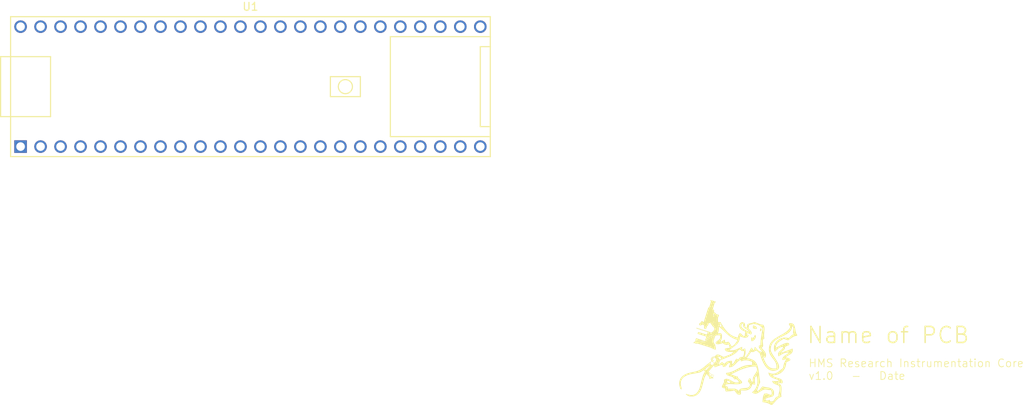
<source format=kicad_pcb>
(kicad_pcb (version 20240108) (generator "pcbnew") (generator_version "8.0")
  (title_block (company "HMS Research Instrumentation Core"))
  (layers (0 "F.Cu" signal) (31 "B.Cu" signal) (34 "B.Paste" user) (35 "F.Paste" user) (36 "B.SilkS" user "B.Silkscreen") (37 "F.SilkS" user "F.Silkscreen") (38 "B.Mask" user) (39 "F.Mask" user) (44 "Edge.Cuts" user))
  (net 0 "")
  (footprint "RIC Logo Footprints:RIC_Logo_15mm" (layer "F.Cu") (at 137.16 112.014)
    (property "Reference" "G1" (hide yes))
    (property "Value" "RIC_Logo" (hide yes))
  )
  (footprint "RIC Global Footprints:Teensy41_noInternalPins" (layer "F.Cu") (at 75.184 78.232)
    (property "Reference" "U1" (at 0 -10.16 0) (layer "F.SilkS"))
    (property "Value" "Teensy4.1")
    (pad "1" thru_hole rect (at -29.21 7.62) (size 1.6 1.6) (drill 1.1) (layers "*.Cu" "*.Mask"))
    (pad "2" thru_hole circle (at -26.67 7.62) (size 1.6 1.6) (drill 1.1) (layers "*.Cu" "*.Mask"))
    (pad "3" thru_hole circle (at -24.13 7.62) (size 1.6 1.6) (drill 1.1) (layers "*.Cu" "*.Mask"))
    (pad "4" thru_hole circle (at -21.59 7.62) (size 1.6 1.6) (drill 1.1) (layers "*.Cu" "*.Mask"))
    (pad "5" thru_hole circle (at -19.05 7.62) (size 1.6 1.6) (drill 1.1) (layers "*.Cu" "*.Mask"))
    (pad "6" thru_hole circle (at -16.51 7.62) (size 1.6 1.6) (drill 1.1) (layers "*.Cu" "*.Mask"))
    (pad "7" thru_hole circle (at -13.97 7.62) (size 1.6 1.6) (drill 1.1) (layers "*.Cu" "*.Mask"))
    (pad "8" thru_hole circle (at -11.43 7.62) (size 1.6 1.6) (drill 1.1) (layers "*.Cu" "*.Mask"))
    (pad "9" thru_hole circle (at -8.89 7.62) (size 1.6 1.6) (drill 1.1) (layers "*.Cu" "*.Mask"))
    (pad "10" thru_hole circle (at -6.35 7.62) (size 1.6 1.6) (drill 1.1) (layers "*.Cu" "*.Mask"))
    (pad "11" thru_hole circle (at -3.81 7.62) (size 1.6 1.6) (drill 1.1) (layers "*.Cu" "*.Mask"))
    (pad "12" thru_hole circle (at -1.27 7.62) (size 1.6 1.6) (drill 1.1) (layers "*.Cu" "*.Mask"))
    (pad "13" thru_hole circle (at 1.27 7.62) (size 1.6 1.6) (drill 1.1) (layers "*.Cu" "*.Mask"))
    (pad "14" thru_hole circle (at 3.81 7.62) (size 1.6 1.6) (drill 1.1) (layers "*.Cu" "*.Mask"))
    (pad "15" thru_hole circle (at 6.35 7.62) (size 1.6 1.6) (drill 1.1) (layers "*.Cu" "*.Mask"))
    (pad "16" thru_hole circle (at 8.89 7.62) (size 1.6 1.6) (drill 1.1) (layers "*.Cu" "*.Mask"))
    (pad "17" thru_hole circle (at 11.43 7.62) (size 1.6 1.6) (drill 1.1) (layers "*.Cu" "*.Mask"))
    (pad "18" thru_hole circle (at 13.97 7.62) (size 1.6 1.6) (drill 1.1) (layers "*.Cu" "*.Mask"))
    (pad "19" thru_hole circle (at 16.51 7.62) (size 1.6 1.6) (drill 1.1) (layers "*.Cu" "*.Mask"))
    (pad "20" thru_hole circle (at 19.05 7.62) (size 1.6 1.6) (drill 1.1) (layers "*.Cu" "*.Mask"))
    (pad "21" thru_hole circle (at 21.59 7.62) (size 1.6 1.6) (drill 1.1) (layers "*.Cu" "*.Mask"))
    (pad "22" thru_hole circle (at 24.13 7.62) (size 1.6 1.6) (drill 1.1) (layers "*.Cu" "*.Mask"))
    (pad "23" thru_hole circle (at 26.67 7.62) (size 1.6 1.6) (drill 1.1) (layers "*.Cu" "*.Mask"))
    (pad "24" thru_hole circle (at 29.21 7.62) (size 1.6 1.6) (drill 1.1) (layers "*.Cu" "*.Mask"))
    (pad "25" thru_hole circle (at 29.21 -7.62) (size 1.6 1.6) (drill 1.1) (layers "*.Cu" "*.Mask"))
    (pad "26" thru_hole circle (at 26.67 -7.62) (size 1.6 1.6) (drill 1.1) (layers "*.Cu" "*.Mask"))
    (pad "27" thru_hole circle (at 24.13 -7.62) (size 1.6 1.6) (drill 1.1) (layers "*.Cu" "*.Mask"))
    (pad "28" thru_hole circle (at 21.59 -7.62) (size 1.6 1.6) (drill 1.1) (layers "*.Cu" "*.Mask"))
    (pad "29" thru_hole circle (at 19.05 -7.62) (size 1.6 1.6) (drill 1.1) (layers "*.Cu" "*.Mask"))
    (pad "30" thru_hole circle (at 16.51 -7.62) (size 1.6 1.6) (drill 1.1) (layers "*.Cu" "*.Mask"))
    (pad "31" thru_hole circle (at 13.97 -7.62) (size 1.6 1.6) (drill 1.1) (layers "*.Cu" "*.Mask"))
    (pad "32" thru_hole circle (at 11.43 -7.62) (size 1.6 1.6) (drill 1.1) (layers "*.Cu" "*.Mask"))
    (pad "33" thru_hole circle (at 8.89 -7.62) (size 1.6 1.6) (drill 1.1) (layers "*.Cu" "*.Mask"))
    (pad "34" thru_hole circle (at 6.35 -7.62) (size 1.6 1.6) (drill 1.1) (layers "*.Cu" "*.Mask"))
    (pad "35" thru_hole circle (at 3.81 -7.62) (size 1.6 1.6) (drill 1.1) (layers "*.Cu" "*.Mask"))
    (pad "36" thru_hole circle (at 1.27 -7.62) (size 1.6 1.6) (drill 1.1) (layers "*.Cu" "*.Mask"))
    (pad "37" thru_hole circle (at -1.27 -7.62) (size 1.6 1.6) (drill 1.1) (layers "*.Cu" "*.Mask"))
    (pad "38" thru_hole circle (at -3.81 -7.62) (size 1.6 1.6) (drill 1.1) (layers "*.Cu" "*.Mask"))
    (pad "39" thru_hole circle (at -6.35 -7.62) (size 1.6 1.6) (drill 1.1) (layers "*.Cu" "*.Mask"))
    (pad "40" thru_hole circle (at -8.89 -7.62) (size 1.6 1.6) (drill 1.1) (layers "*.Cu" "*.Mask"))
    (pad "41" thru_hole circle (at -11.43 -7.62) (size 1.6 1.6) (drill 1.1) (layers "*.Cu" "*.Mask"))
    (pad "42" thru_hole circle (at -13.97 -7.62) (size 1.6 1.6) (drill 1.1) (layers "*.Cu" "*.Mask"))
    (pad "43" thru_hole circle (at -16.51 -7.62) (size 1.6 1.6) (drill 1.1) (layers "*.Cu" "*.Mask"))
    (pad "44" thru_hole circle (at -19.05 -7.62) (size 1.6 1.6) (drill 1.1) (layers "*.Cu" "*.Mask"))
    (pad "45" thru_hole circle (at -21.59 -7.62) (size 1.6 1.6) (drill 1.1) (layers "*.Cu" "*.Mask"))
    (pad "46" thru_hole circle (at -24.13 -7.62) (size 1.6 1.6) (drill 1.1) (layers "*.Cu" "*.Mask"))
    (pad "47" thru_hole circle (at -26.67 -7.62) (size 1.6 1.6) (drill 1.1) (layers "*.Cu" "*.Mask"))
    (pad "48" thru_hole circle (at -29.21 -7.62) (size 1.6 1.6) (drill 1.1) (layers "*.Cu" "*.Mask"))
  )
  (gr_text "HMS Research Instrumentation Core\nv1.0   -   Date" (at 146.05 115.57 0) (layer "F.SilkS") (effects (font (size 1 1) (thickness 0.1)) (justify left bottom)))
  (gr_text "Name of PCB" (at 145.796 110.998 0) (layer "F.SilkS") (effects (font (size 2.032 2.032) (thickness 0.1905)) (justify left bottom)))
)
</source>
